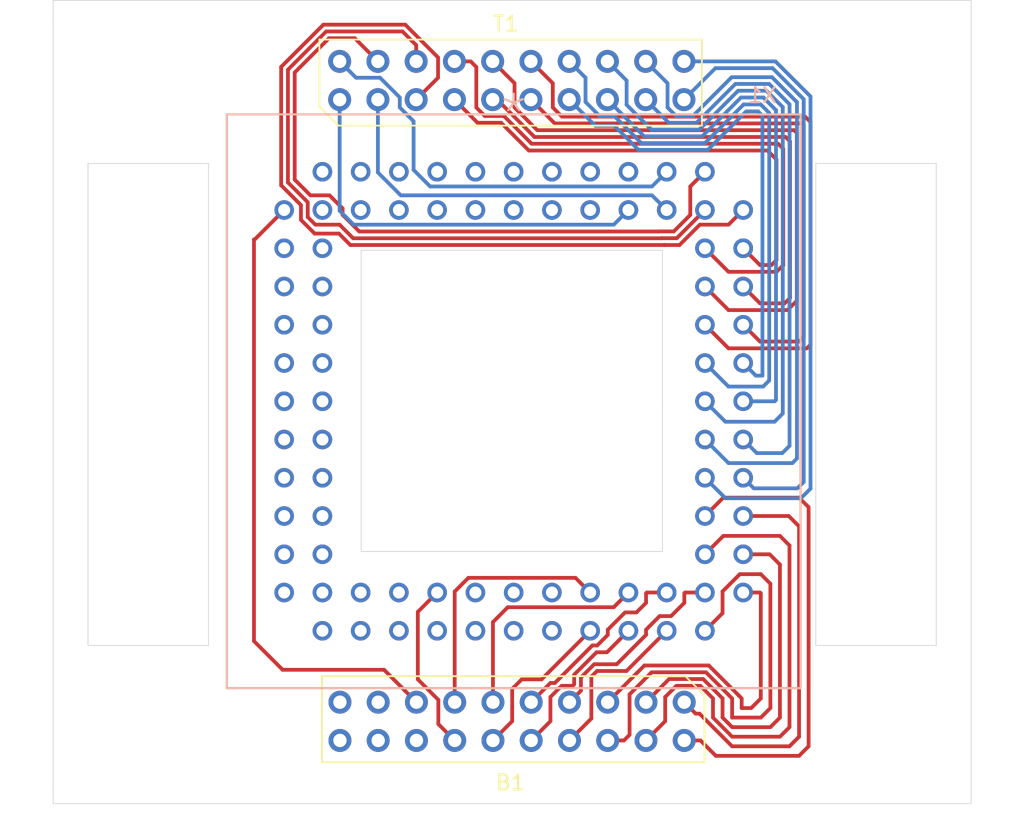
<source format=kicad_pcb>
(kicad_pcb (version 20171130) (host pcbnew "(5.1.2)-2")

  (general
    (thickness 1.6)
    (drawings 21)
    (tracks 339)
    (zones 0)
    (modules 7)
    (nets 90)
  )

  (page A4)
  (layers
    (0 F.Cu signal)
    (31 B.Cu signal)
    (32 B.Adhes user)
    (33 F.Adhes user)
    (34 B.Paste user)
    (35 F.Paste user)
    (36 B.SilkS user)
    (37 F.SilkS user)
    (38 B.Mask user)
    (39 F.Mask user)
    (40 Dwgs.User user)
    (41 Cmts.User user)
    (42 Eco1.User user)
    (43 Eco2.User user)
    (44 Edge.Cuts user)
    (45 Margin user)
    (46 B.CrtYd user)
    (47 F.CrtYd user)
    (48 B.Fab user)
    (49 F.Fab user)
  )

  (setup
    (last_trace_width 0.25)
    (trace_clearance 0.2)
    (zone_clearance 0.508)
    (zone_45_only no)
    (trace_min 0.2)
    (via_size 0.8)
    (via_drill 0.4)
    (via_min_size 0.4)
    (via_min_drill 0.3)
    (uvia_size 0.3)
    (uvia_drill 0.1)
    (uvias_allowed no)
    (uvia_min_size 0.2)
    (uvia_min_drill 0.1)
    (edge_width 0.05)
    (segment_width 0.2)
    (pcb_text_width 0.3)
    (pcb_text_size 1.5 1.5)
    (mod_edge_width 0.12)
    (mod_text_size 1 1)
    (mod_text_width 0.15)
    (pad_size 3 3)
    (pad_drill 2.1)
    (pad_to_mask_clearance 0.051)
    (solder_mask_min_width 0.25)
    (aux_axis_origin 0 0)
    (grid_origin 170.18 58.42)
    (visible_elements 7FFFFFFF)
    (pcbplotparams
      (layerselection 0x010fc_ffffffff)
      (usegerberextensions false)
      (usegerberattributes false)
      (usegerberadvancedattributes false)
      (creategerberjobfile false)
      (excludeedgelayer true)
      (linewidth 0.100000)
      (plotframeref false)
      (viasonmask false)
      (mode 1)
      (useauxorigin false)
      (hpglpennumber 1)
      (hpglpenspeed 20)
      (hpglpendiameter 15.000000)
      (psnegative false)
      (psa4output false)
      (plotreference true)
      (plotvalue true)
      (plotinvisibletext false)
      (padsonsilk false)
      (subtractmaskfromsilk false)
      (outputformat 1)
      (mirror false)
      (drillshape 1)
      (scaleselection 1)
      (outputdirectory ""))
  )

  (net 0 "")
  (net 1 "Net-(X1-Pad84)")
  (net 2 "Net-(X1-Pad83)")
  (net 3 "Net-(X1-Pad81)")
  (net 4 "Net-(X1-Pad82)")
  (net 5 "Net-(X1-Pad80)")
  (net 6 "Net-(X1-Pad79)")
  (net 7 "Net-(X1-Pad78)")
  (net 8 "Net-(X1-Pad77)")
  (net 9 "Net-(X1-Pad76)")
  (net 10 "Net-(X1-Pad56)")
  (net 11 "Net-(X1-Pad55)")
  (net 12 "Net-(X1-Pad1)")
  (net 13 "Net-(X1-Pad2)")
  (net 14 "Net-(X1-Pad3)")
  (net 15 "Net-(X1-Pad4)")
  (net 16 "Net-(X1-Pad5)")
  (net 17 "Net-(X1-Pad6)")
  (net 18 "Net-(X1-Pad7)")
  (net 19 "Net-(X1-Pad53)")
  (net 20 "Net-(X1-Pad54)")
  (net 21 "Net-(X1-Pad57)")
  (net 22 "Net-(X1-Pad58)")
  (net 23 "Net-(X1-Pad59)")
  (net 24 "Net-(X1-Pad60)")
  (net 25 "Net-(X1-Pad61)")
  (net 26 "Net-(X1-Pad62)")
  (net 27 "Net-(X1-Pad63)")
  (net 28 "Net-(X1-Pad64)")
  (net 29 "Net-(X1-Pad65)")
  (net 30 "Net-(X1-Pad67)")
  (net 31 "Net-(X1-Pad68)")
  (net 32 "Net-(X1-Pad69)")
  (net 33 "Net-(X1-Pad70)")
  (net 34 "Net-(X1-Pad71)")
  (net 35 "Net-(X1-Pad72)")
  (net 36 "Net-(X1-Pad73)")
  (net 37 "Net-(X1-Pad75)")
  (net 38 "Net-(X1-Pad49)")
  (net 39 "Net-(X1-Pad50)")
  (net 40 "Net-(X1-Pad51)")
  (net 41 "Net-(X1-Pad52)")
  (net 42 "Net-(B1-Pad20)")
  (net 43 "Net-(B1-Pad19)")
  (net 44 "Net-(B1-Pad18)")
  (net 45 "Net-(B1-Pad17)")
  (net 46 "Net-(B1-Pad16)")
  (net 47 "Net-(B1-Pad15)")
  (net 48 "Net-(B1-Pad14)")
  (net 49 "Net-(B1-Pad13)")
  (net 50 "Net-(B1-Pad12)")
  (net 51 "Net-(B1-Pad11)")
  (net 52 "Net-(B1-Pad10)")
  (net 53 "Net-(B1-Pad9)")
  (net 54 "Net-(B1-Pad8)")
  (net 55 "Net-(B1-Pad7)")
  (net 56 "Net-(B1-Pad6)")
  (net 57 "Net-(B1-Pad5)")
  (net 58 "Net-(B1-Pad4)")
  (net 59 "Net-(B1-Pad3)")
  (net 60 "Net-(B1-Pad2)")
  (net 61 "Net-(B1-Pad1)")
  (net 62 "Net-(T1-Pad1)")
  (net 63 "Net-(T1-Pad2)")
  (net 64 "Net-(T1-Pad3)")
  (net 65 "Net-(T1-Pad4)")
  (net 66 "Net-(T1-Pad5)")
  (net 67 "Net-(T1-Pad6)")
  (net 68 "Net-(T1-Pad7)")
  (net 69 "Net-(T1-Pad8)")
  (net 70 "Net-(T1-Pad9)")
  (net 71 "Net-(T1-Pad10)")
  (net 72 "Net-(T1-Pad11)")
  (net 73 "Net-(T1-Pad12)")
  (net 74 "Net-(T1-Pad13)")
  (net 75 "Net-(T1-Pad14)")
  (net 76 "Net-(T1-Pad15)")
  (net 77 "Net-(T1-Pad16)")
  (net 78 "Net-(T1-Pad17)")
  (net 79 "Net-(T1-Pad18)")
  (net 80 "Net-(T1-Pad19)")
  (net 81 "Net-(T1-Pad20)")
  (net 82 "Net-(X1-Pad41)")
  (net 83 "Net-(X1-Pad42)")
  (net 84 "Net-(X1-Pad43)")
  (net 85 "Net-(X1-Pad44)")
  (net 86 "Net-(X1-Pad45)")
  (net 87 "Net-(X1-Pad46)")
  (net 88 "Net-(X1-Pad47)")
  (net 89 "Net-(X1-Pad66)")

  (net_class Default "This is the default net class."
    (clearance 0.2)
    (trace_width 0.25)
    (via_dia 0.8)
    (via_drill 0.4)
    (uvia_dia 0.3)
    (uvia_drill 0.1)
    (add_net "Net-(B1-Pad1)")
    (add_net "Net-(B1-Pad10)")
    (add_net "Net-(B1-Pad11)")
    (add_net "Net-(B1-Pad12)")
    (add_net "Net-(B1-Pad13)")
    (add_net "Net-(B1-Pad14)")
    (add_net "Net-(B1-Pad15)")
    (add_net "Net-(B1-Pad16)")
    (add_net "Net-(B1-Pad17)")
    (add_net "Net-(B1-Pad18)")
    (add_net "Net-(B1-Pad19)")
    (add_net "Net-(B1-Pad2)")
    (add_net "Net-(B1-Pad20)")
    (add_net "Net-(B1-Pad3)")
    (add_net "Net-(B1-Pad4)")
    (add_net "Net-(B1-Pad5)")
    (add_net "Net-(B1-Pad6)")
    (add_net "Net-(B1-Pad7)")
    (add_net "Net-(B1-Pad8)")
    (add_net "Net-(B1-Pad9)")
    (add_net "Net-(T1-Pad1)")
    (add_net "Net-(T1-Pad10)")
    (add_net "Net-(T1-Pad11)")
    (add_net "Net-(T1-Pad12)")
    (add_net "Net-(T1-Pad13)")
    (add_net "Net-(T1-Pad14)")
    (add_net "Net-(T1-Pad15)")
    (add_net "Net-(T1-Pad16)")
    (add_net "Net-(T1-Pad17)")
    (add_net "Net-(T1-Pad18)")
    (add_net "Net-(T1-Pad19)")
    (add_net "Net-(T1-Pad2)")
    (add_net "Net-(T1-Pad20)")
    (add_net "Net-(T1-Pad3)")
    (add_net "Net-(T1-Pad4)")
    (add_net "Net-(T1-Pad5)")
    (add_net "Net-(T1-Pad6)")
    (add_net "Net-(T1-Pad7)")
    (add_net "Net-(T1-Pad8)")
    (add_net "Net-(T1-Pad9)")
    (add_net "Net-(X1-Pad1)")
    (add_net "Net-(X1-Pad2)")
    (add_net "Net-(X1-Pad3)")
    (add_net "Net-(X1-Pad4)")
    (add_net "Net-(X1-Pad41)")
    (add_net "Net-(X1-Pad42)")
    (add_net "Net-(X1-Pad43)")
    (add_net "Net-(X1-Pad44)")
    (add_net "Net-(X1-Pad45)")
    (add_net "Net-(X1-Pad46)")
    (add_net "Net-(X1-Pad47)")
    (add_net "Net-(X1-Pad49)")
    (add_net "Net-(X1-Pad5)")
    (add_net "Net-(X1-Pad50)")
    (add_net "Net-(X1-Pad51)")
    (add_net "Net-(X1-Pad52)")
    (add_net "Net-(X1-Pad53)")
    (add_net "Net-(X1-Pad54)")
    (add_net "Net-(X1-Pad55)")
    (add_net "Net-(X1-Pad56)")
    (add_net "Net-(X1-Pad57)")
    (add_net "Net-(X1-Pad58)")
    (add_net "Net-(X1-Pad59)")
    (add_net "Net-(X1-Pad6)")
    (add_net "Net-(X1-Pad60)")
    (add_net "Net-(X1-Pad61)")
    (add_net "Net-(X1-Pad62)")
    (add_net "Net-(X1-Pad63)")
    (add_net "Net-(X1-Pad64)")
    (add_net "Net-(X1-Pad65)")
    (add_net "Net-(X1-Pad66)")
    (add_net "Net-(X1-Pad67)")
    (add_net "Net-(X1-Pad68)")
    (add_net "Net-(X1-Pad69)")
    (add_net "Net-(X1-Pad7)")
    (add_net "Net-(X1-Pad70)")
    (add_net "Net-(X1-Pad71)")
    (add_net "Net-(X1-Pad72)")
    (add_net "Net-(X1-Pad73)")
    (add_net "Net-(X1-Pad75)")
    (add_net "Net-(X1-Pad76)")
    (add_net "Net-(X1-Pad77)")
    (add_net "Net-(X1-Pad78)")
    (add_net "Net-(X1-Pad79)")
    (add_net "Net-(X1-Pad80)")
    (add_net "Net-(X1-Pad81)")
    (add_net "Net-(X1-Pad82)")
    (add_net "Net-(X1-Pad83)")
    (add_net "Net-(X1-Pad84)")
  )

  (module plcc_84:Pogo-Pin_2x05_P2.54mm (layer F.Cu) (tedit 5D5B2716) (tstamp 5D5BA30F)
    (at 126.8988 61.022199)
    (path /5D5E0A3D)
    (fp_text reference T1 (at 12.3812 -1.052199) (layer F.SilkS)
      (effects (font (size 1 1) (thickness 0.15)))
    )
    (fp_text value 2x10_100mil (at 13.335 6.985) (layer F.Fab)
      (effects (font (size 1 1) (thickness 0.15)))
    )
    (fp_line (start 25.4 5.715) (end 25.4 5.08) (layer F.SilkS) (width 0.12))
    (fp_line (start 1.27 5.715) (end 25.4 5.715) (layer F.SilkS) (width 0.12))
    (fp_line (start 0 4.445) (end 1.27 5.715) (layer F.SilkS) (width 0.12))
    (fp_line (start 0 0) (end 0 4.445) (layer F.SilkS) (width 0.12))
    (fp_line (start 0.635 0) (end 0 0) (layer F.SilkS) (width 0.12))
    (fp_line (start 25.4 0) (end 25.4 5.08) (layer F.SilkS) (width 0.12))
    (fp_line (start 0.635 0) (end 25.4 0) (layer F.SilkS) (width 0.12))
    (pad 20 thru_hole circle (at 24.2062 1.4478 90) (size 1.524 1.524) (drill 0.889) (layers *.Cu *.Mask)
      (net 81 "Net-(T1-Pad20)"))
    (pad 19 thru_hole circle (at 24.2062 3.9878 90) (size 1.524 1.524) (drill 0.889) (layers *.Cu *.Mask)
      (net 80 "Net-(T1-Pad19)"))
    (pad 18 thru_hole circle (at 21.6662 1.4478 90) (size 1.524 1.524) (drill 0.889) (layers *.Cu *.Mask)
      (net 79 "Net-(T1-Pad18)"))
    (pad 17 thru_hole circle (at 21.6662 3.9878 90) (size 1.524 1.524) (drill 0.889) (layers *.Cu *.Mask)
      (net 78 "Net-(T1-Pad17)"))
    (pad 16 thru_hole circle (at 19.1262 1.4478 90) (size 1.524 1.524) (drill 0.889) (layers *.Cu *.Mask)
      (net 77 "Net-(T1-Pad16)"))
    (pad 15 thru_hole circle (at 19.1262 3.9878 90) (size 1.524 1.524) (drill 0.889) (layers *.Cu *.Mask)
      (net 76 "Net-(T1-Pad15)"))
    (pad 14 thru_hole circle (at 16.5862 1.4478 90) (size 1.524 1.524) (drill 0.889) (layers *.Cu *.Mask)
      (net 75 "Net-(T1-Pad14)"))
    (pad 13 thru_hole circle (at 16.5862 3.9878 90) (size 1.524 1.524) (drill 0.889) (layers *.Cu *.Mask)
      (net 74 "Net-(T1-Pad13)"))
    (pad 12 thru_hole circle (at 14.0462 1.4478 90) (size 1.524 1.524) (drill 0.889) (layers *.Cu *.Mask)
      (net 73 "Net-(T1-Pad12)"))
    (pad 11 thru_hole circle (at 14.0462 3.9878 90) (size 1.524 1.524) (drill 0.889) (layers *.Cu *.Mask)
      (net 72 "Net-(T1-Pad11)"))
    (pad 10 thru_hole circle (at 11.5062 1.4478 90) (size 1.524 1.524) (drill 0.889) (layers *.Cu *.Mask)
      (net 71 "Net-(T1-Pad10)"))
    (pad 9 thru_hole circle (at 11.5062 3.9878 90) (size 1.524 1.524) (drill 0.889) (layers *.Cu *.Mask)
      (net 70 "Net-(T1-Pad9)"))
    (pad 8 thru_hole circle (at 8.9662 1.4478 90) (size 1.524 1.524) (drill 0.889) (layers *.Cu *.Mask)
      (net 69 "Net-(T1-Pad8)"))
    (pad 7 thru_hole circle (at 8.9662 3.9878 90) (size 1.524 1.524) (drill 0.889) (layers *.Cu *.Mask)
      (net 68 "Net-(T1-Pad7)"))
    (pad 6 thru_hole circle (at 6.4262 1.4478 90) (size 1.524 1.524) (drill 0.889) (layers *.Cu *.Mask)
      (net 67 "Net-(T1-Pad6)"))
    (pad 5 thru_hole circle (at 6.4262 3.9878 90) (size 1.524 1.524) (drill 0.889) (layers *.Cu *.Mask)
      (net 66 "Net-(T1-Pad5)"))
    (pad 4 thru_hole circle (at 3.8862 1.4478 90) (size 1.524 1.524) (drill 0.889) (layers *.Cu *.Mask)
      (net 65 "Net-(T1-Pad4)"))
    (pad 3 thru_hole circle (at 3.8862 3.9878 90) (size 1.524 1.524) (drill 0.889) (layers *.Cu *.Mask)
      (net 64 "Net-(T1-Pad3)"))
    (pad 2 thru_hole circle (at 1.3462 1.4478 90) (size 1.524 1.524) (drill 0.889) (layers *.Cu *.Mask)
      (net 63 "Net-(T1-Pad2)"))
    (pad 1 thru_hole circle (at 1.3462 3.9878 90) (size 1.524 1.524) (drill 0.889) (layers *.Cu *.Mask)
      (net 62 "Net-(T1-Pad1)"))
  )

  (module plcc_84:PLCC_84POS (layer B.Cu) (tedit 59DEF59E) (tstamp 5D5B95DE)
    (at 139.8 85.039999 180)
    (path /5D5D2E10)
    (fp_text reference X1 (at -16.51 20.32) (layer B.SilkS)
      (effects (font (size 1 1) (thickness 0.15)) (justify mirror))
    )
    (fp_text value PLCC_84 (at -7.62 -17.78) (layer B.Fab)
      (effects (font (size 1 1) (thickness 0.15)) (justify mirror))
    )
    (fp_line (start -19.05 19.05) (end 19.05 19.05) (layer B.SilkS) (width 0.15))
    (fp_line (start 19.05 19.05) (end 19.05 -19.05) (layer B.SilkS) (width 0.15))
    (fp_line (start 19.05 -19.05) (end -19.05 -19.05) (layer B.SilkS) (width 0.15))
    (fp_line (start -19.05 -19.05) (end -19.05 19.05) (layer B.SilkS) (width 0.15))
    (fp_line (start -19.05 19.05) (end -19.05 16.51) (layer B.SilkS) (width 0.15))
    (fp_text user * (at 0 19.05) (layer B.SilkS)
      (effects (font (size 2.54 2.54) (thickness 0.15)) (justify mirror))
    )
    (pad 84 thru_hole circle (at 2.54 12.7 180) (size 1.3 1.3) (drill 0.8) (layers *.Cu *.Mask)
      (net 1 "Net-(X1-Pad84)"))
    (pad 83 thru_hole circle (at 2.54 15.24 180) (size 1.3 1.3) (drill 0.8) (layers *.Cu *.Mask)
      (net 2 "Net-(X1-Pad83)"))
    (pad 81 thru_hole circle (at 5.08 15.24 180) (size 1.3 1.3) (drill 0.8) (layers *.Cu *.Mask)
      (net 3 "Net-(X1-Pad81)"))
    (pad 82 thru_hole circle (at 5.08 12.7 180) (size 1.3 1.3) (drill 0.8) (layers *.Cu *.Mask)
      (net 4 "Net-(X1-Pad82)"))
    (pad 80 thru_hole circle (at 7.62 12.7 180) (size 1.3 1.3) (drill 0.8) (layers *.Cu *.Mask)
      (net 5 "Net-(X1-Pad80)"))
    (pad 79 thru_hole circle (at 7.62 15.24 180) (size 1.3 1.3) (drill 0.8) (layers *.Cu *.Mask)
      (net 6 "Net-(X1-Pad79)"))
    (pad 78 thru_hole circle (at 10.16 12.7 180) (size 1.3 1.3) (drill 0.8) (layers *.Cu *.Mask)
      (net 7 "Net-(X1-Pad78)"))
    (pad 77 thru_hole circle (at 10.16 15.24 180) (size 1.3 1.3) (drill 0.8) (layers *.Cu *.Mask)
      (net 8 "Net-(X1-Pad77)"))
    (pad 76 thru_hole circle (at 12.7 12.7 180) (size 1.3 1.3) (drill 0.8) (layers *.Cu *.Mask)
      (net 9 "Net-(X1-Pad76)"))
    (pad 56 thru_hole circle (at 15.24 -10.16 180) (size 1.3 1.3) (drill 0.8) (layers *.Cu *.Mask)
      (net 10 "Net-(X1-Pad56)"))
    (pad 55 thru_hole circle (at 12.7 -12.7 180) (size 1.3 1.3) (drill 0.8) (layers *.Cu *.Mask)
      (net 11 "Net-(X1-Pad55)"))
    (pad 35 thru_hole circle (at -10.16 -15.24 180) (size 1.3 1.3) (drill 0.8) (layers *.Cu *.Mask)
      (net 54 "Net-(B1-Pad8)"))
    (pad 34 thru_hole circle (at -12.7 -12.7 180) (size 1.3 1.3) (drill 0.8) (layers *.Cu *.Mask)
      (net 55 "Net-(B1-Pad7)"))
    (pad 33 thru_hole circle (at -12.7 -15.24 180) (size 1.3 1.3) (drill 0.8) (layers *.Cu *.Mask)
      (net 56 "Net-(B1-Pad6)"))
    (pad 32 thru_hole circle (at -15.24 -12.7 180) (size 1.3 1.3) (drill 0.8) (layers *.Cu *.Mask)
      (net 57 "Net-(B1-Pad5)"))
    (pad 14 thru_hole circle (at -15.24 10.16 180) (size 1.3 1.3) (drill 0.8) (layers *.Cu *.Mask)
      (net 68 "Net-(T1-Pad7)"))
    (pad 14 thru_hole circle (at -15.24 10.16 180) (size 1.3 1.3) (drill 0.8) (layers *.Cu *.Mask)
      (net 68 "Net-(T1-Pad7)"))
    (pad 13 thru_hole circle (at -12.7 12.7 180) (size 1.3 1.3) (drill 0.8) (layers *.Cu *.Mask)
      (net 67 "Net-(T1-Pad6)"))
    (pad 1 thru_hole circle (at 0 15.24 180) (size 1.3 1.3) (drill 0.8) (layers *.Cu *.Mask)
      (net 12 "Net-(X1-Pad1)"))
    (pad 2 thru_hole circle (at 0 12.7 180) (size 1.3 1.3) (drill 0.8) (layers *.Cu *.Mask)
      (net 13 "Net-(X1-Pad2)"))
    (pad 3 thru_hole circle (at -2.54 15.24 180) (size 1.3 1.3) (drill 0.8) (layers *.Cu *.Mask)
      (net 14 "Net-(X1-Pad3)"))
    (pad 4 thru_hole circle (at -2.54 12.7 180) (size 1.3 1.3) (drill 0.8) (layers *.Cu *.Mask)
      (net 15 "Net-(X1-Pad4)"))
    (pad 5 thru_hole circle (at -5.08 15.24 180) (size 1.3 1.3) (drill 0.8) (layers *.Cu *.Mask)
      (net 16 "Net-(X1-Pad5)"))
    (pad 6 thru_hole circle (at -5.08 12.7 180) (size 1.3 1.3) (drill 0.8) (layers *.Cu *.Mask)
      (net 17 "Net-(X1-Pad6)"))
    (pad 7 thru_hole circle (at -7.62 15.24 180) (size 1.3 1.3) (drill 0.8) (layers *.Cu *.Mask)
      (net 18 "Net-(X1-Pad7)"))
    (pad 8 thru_hole circle (at -7.62 12.7 180) (size 1.3 1.3) (drill 0.8) (layers *.Cu *.Mask)
      (net 62 "Net-(T1-Pad1)"))
    (pad 9 thru_hole circle (at -10.16 15.24 180) (size 1.3 1.3) (drill 0.8) (layers *.Cu *.Mask)
      (net 63 "Net-(T1-Pad2)"))
    (pad 10 thru_hole circle (at -10.16 12.7 180) (size 1.3 1.3) (drill 0.8) (layers *.Cu *.Mask)
      (net 64 "Net-(T1-Pad3)"))
    (pad 11 thru_hole circle (at -12.7 15.24 180) (size 1.3 1.3) (drill 0.8) (layers *.Cu *.Mask)
      (net 65 "Net-(T1-Pad4)"))
    (pad 12 thru_hole circle (at -15.24 12.7 180) (size 1.3 1.3) (drill 0.8) (layers *.Cu *.Mask)
      (net 66 "Net-(T1-Pad5)"))
    (pad 15 thru_hole circle (at -12.7 10.16 180) (size 1.3 1.3) (drill 0.8) (layers *.Cu *.Mask)
      (net 69 "Net-(T1-Pad8)"))
    (pad 16 thru_hole circle (at -15.24 7.62 180) (size 1.3 1.3) (drill 0.8) (layers *.Cu *.Mask)
      (net 70 "Net-(T1-Pad9)"))
    (pad 17 thru_hole circle (at -12.7 7.62 180) (size 1.3 1.3) (drill 0.8) (layers *.Cu *.Mask)
      (net 71 "Net-(T1-Pad10)"))
    (pad 18 thru_hole circle (at -15.24 5.08 180) (size 1.3 1.3) (drill 0.8) (layers *.Cu *.Mask)
      (net 72 "Net-(T1-Pad11)"))
    (pad 19 thru_hole circle (at -12.7 5.08 180) (size 1.3 1.3) (drill 0.8) (layers *.Cu *.Mask)
      (net 73 "Net-(T1-Pad12)"))
    (pad 20 thru_hole circle (at -15.24 2.54 180) (size 1.3 1.3) (drill 0.8) (layers *.Cu *.Mask)
      (net 74 "Net-(T1-Pad13)"))
    (pad 21 thru_hole circle (at -12.7 2.54 180) (size 1.3 1.3) (drill 0.8) (layers *.Cu *.Mask)
      (net 75 "Net-(T1-Pad14)"))
    (pad 22 thru_hole circle (at -15.24 0 180) (size 1.3 1.3) (drill 0.8) (layers *.Cu *.Mask)
      (net 76 "Net-(T1-Pad15)"))
    (pad 23 thru_hole circle (at -12.7 0 180) (size 1.3 1.3) (drill 0.8) (layers *.Cu *.Mask)
      (net 77 "Net-(T1-Pad16)"))
    (pad 24 thru_hole circle (at -15.24 -2.54 180) (size 1.3 1.3) (drill 0.8) (layers *.Cu *.Mask)
      (net 78 "Net-(T1-Pad17)"))
    (pad 25 thru_hole circle (at -12.7 -2.54 180) (size 1.3 1.3) (drill 0.8) (layers *.Cu *.Mask)
      (net 79 "Net-(T1-Pad18)"))
    (pad 26 thru_hole circle (at -15.24 -5.08 180) (size 1.3 1.3) (drill 0.8) (layers *.Cu *.Mask)
      (net 80 "Net-(T1-Pad19)"))
    (pad 27 thru_hole circle (at -12.7 -5.08 180) (size 1.3 1.3) (drill 0.8) (layers *.Cu *.Mask)
      (net 81 "Net-(T1-Pad20)"))
    (pad 28 thru_hole circle (at -15.24 -7.62 180) (size 1.3 1.3) (drill 0.8) (layers *.Cu *.Mask)
      (net 61 "Net-(B1-Pad1)"))
    (pad 29 thru_hole circle (at -12.7 -7.62 180) (size 1.3 1.3) (drill 0.8) (layers *.Cu *.Mask)
      (net 60 "Net-(B1-Pad2)"))
    (pad 30 thru_hole circle (at -15.24 -10.16 180) (size 1.3 1.3) (drill 0.8) (layers *.Cu *.Mask)
      (net 59 "Net-(B1-Pad3)"))
    (pad 31 thru_hole circle (at -12.7 -10.16 180) (size 1.3 1.3) (drill 0.8) (layers *.Cu *.Mask)
      (net 58 "Net-(B1-Pad4)"))
    (pad 36 thru_hole circle (at -10.16 -12.7 180) (size 1.3 1.3) (drill 0.8) (layers *.Cu *.Mask)
      (net 53 "Net-(B1-Pad9)"))
    (pad 37 thru_hole circle (at -7.62 -15.24 180) (size 1.3 1.3) (drill 0.8) (layers *.Cu *.Mask)
      (net 52 "Net-(B1-Pad10)"))
    (pad 38 thru_hole circle (at -7.62 -12.7 180) (size 1.3 1.3) (drill 0.8) (layers *.Cu *.Mask)
      (net 51 "Net-(B1-Pad11)"))
    (pad 39 thru_hole circle (at -5.08 -15.24 180) (size 1.3 1.3) (drill 0.8) (layers *.Cu *.Mask)
      (net 50 "Net-(B1-Pad12)"))
    (pad 40 thru_hole circle (at -5.08 -12.7 180) (size 1.3 1.3) (drill 0.8) (layers *.Cu *.Mask)
      (net 49 "Net-(B1-Pad13)"))
    (pad 41 thru_hole circle (at -2.54 -15.24 180) (size 1.3 1.3) (drill 0.8) (layers *.Cu *.Mask)
      (net 82 "Net-(X1-Pad41)"))
    (pad 42 thru_hole circle (at -2.54 -12.7 180) (size 1.3 1.3) (drill 0.8) (layers *.Cu *.Mask)
      (net 83 "Net-(X1-Pad42)"))
    (pad 43 thru_hole circle (at 0 -15.24 180) (size 1.3 1.3) (drill 0.8) (layers *.Cu *.Mask)
      (net 84 "Net-(X1-Pad43)"))
    (pad 44 thru_hole circle (at 0 -12.7 180) (size 1.3 1.3) (drill 0.8) (layers *.Cu *.Mask)
      (net 85 "Net-(X1-Pad44)"))
    (pad 45 thru_hole circle (at 2.54 -15.24 180) (size 1.3 1.3) (drill 0.8) (layers *.Cu *.Mask)
      (net 86 "Net-(X1-Pad45)"))
    (pad 46 thru_hole circle (at 2.54 -12.7 180) (size 1.3 1.3) (drill 0.8) (layers *.Cu *.Mask)
      (net 87 "Net-(X1-Pad46)"))
    (pad 47 thru_hole circle (at 5.08 -15.24 180) (size 1.3 1.3) (drill 0.8) (layers *.Cu *.Mask)
      (net 88 "Net-(X1-Pad47)"))
    (pad 48 thru_hole circle (at 5.08 -12.7 180) (size 1.3 1.3) (drill 0.8) (layers *.Cu *.Mask)
      (net 48 "Net-(B1-Pad14)"))
    (pad 49 thru_hole circle (at 7.62 -15.24 180) (size 1.3 1.3) (drill 0.8) (layers *.Cu *.Mask)
      (net 38 "Net-(X1-Pad49)"))
    (pad 50 thru_hole circle (at 7.62 -12.7 180) (size 1.3 1.3) (drill 0.8) (layers *.Cu *.Mask)
      (net 39 "Net-(X1-Pad50)"))
    (pad 51 thru_hole circle (at 10.16 -15.24 180) (size 1.3 1.3) (drill 0.8) (layers *.Cu *.Mask)
      (net 40 "Net-(X1-Pad51)"))
    (pad 52 thru_hole circle (at 10.16 -12.7 180) (size 1.3 1.3) (drill 0.8) (layers *.Cu *.Mask)
      (net 41 "Net-(X1-Pad52)"))
    (pad 53 thru_hole circle (at 12.7 -15.24 180) (size 1.3 1.3) (drill 0.8) (layers *.Cu *.Mask)
      (net 19 "Net-(X1-Pad53)"))
    (pad 54 thru_hole circle (at 15.24 -12.7 180) (size 1.3 1.3) (drill 0.8) (layers *.Cu *.Mask)
      (net 20 "Net-(X1-Pad54)"))
    (pad 57 thru_hole circle (at 12.7 -10.16 180) (size 1.3 1.3) (drill 0.8) (layers *.Cu *.Mask)
      (net 21 "Net-(X1-Pad57)"))
    (pad 58 thru_hole circle (at 15.24 -7.62 180) (size 1.3 1.3) (drill 0.8) (layers *.Cu *.Mask)
      (net 22 "Net-(X1-Pad58)"))
    (pad 59 thru_hole circle (at 12.7 -7.62 180) (size 1.3 1.3) (drill 0.8) (layers *.Cu *.Mask)
      (net 23 "Net-(X1-Pad59)"))
    (pad 60 thru_hole circle (at 15.24 -5.08 180) (size 1.3 1.3) (drill 0.8) (layers *.Cu *.Mask)
      (net 24 "Net-(X1-Pad60)"))
    (pad 61 thru_hole circle (at 12.7 -5.08 180) (size 1.3 1.3) (drill 0.8) (layers *.Cu *.Mask)
      (net 25 "Net-(X1-Pad61)"))
    (pad 62 thru_hole circle (at 15.24 -2.54 180) (size 1.3 1.3) (drill 0.8) (layers *.Cu *.Mask)
      (net 26 "Net-(X1-Pad62)"))
    (pad 63 thru_hole circle (at 12.7 -2.54 180) (size 1.3 1.3) (drill 0.8) (layers *.Cu *.Mask)
      (net 27 "Net-(X1-Pad63)"))
    (pad 64 thru_hole circle (at 15.24 0 180) (size 1.3 1.3) (drill 0.8) (layers *.Cu *.Mask)
      (net 28 "Net-(X1-Pad64)"))
    (pad 65 thru_hole circle (at 12.7 0 180) (size 1.3 1.3) (drill 0.8) (layers *.Cu *.Mask)
      (net 29 "Net-(X1-Pad65)"))
    (pad 66 thru_hole circle (at 15.24 2.54 180) (size 1.3 1.3) (drill 0.8) (layers *.Cu *.Mask)
      (net 89 "Net-(X1-Pad66)"))
    (pad 67 thru_hole circle (at 12.7 2.54 180) (size 1.3 1.3) (drill 0.8) (layers *.Cu *.Mask)
      (net 30 "Net-(X1-Pad67)"))
    (pad 68 thru_hole circle (at 15.24 5.08 180) (size 1.3 1.3) (drill 0.8) (layers *.Cu *.Mask)
      (net 31 "Net-(X1-Pad68)"))
    (pad 69 thru_hole circle (at 12.7 5.08 180) (size 1.3 1.3) (drill 0.8) (layers *.Cu *.Mask)
      (net 32 "Net-(X1-Pad69)"))
    (pad 70 thru_hole circle (at 15.24 7.62 180) (size 1.3 1.3) (drill 0.8) (layers *.Cu *.Mask)
      (net 33 "Net-(X1-Pad70)"))
    (pad 71 thru_hole circle (at 12.7 7.62 180) (size 1.3 1.3) (drill 0.8) (layers *.Cu *.Mask)
      (net 34 "Net-(X1-Pad71)"))
    (pad 72 thru_hole circle (at 15.24 10.16 180) (size 1.3 1.3) (drill 0.8) (layers *.Cu *.Mask)
      (net 35 "Net-(X1-Pad72)"))
    (pad 73 thru_hole circle (at 12.7 10.16 180) (size 1.3 1.3) (drill 0.8) (layers *.Cu *.Mask)
      (net 36 "Net-(X1-Pad73)"))
    (pad 74 thru_hole circle (at 15.24 12.7 180) (size 1.3 1.3) (drill 0.8) (layers *.Cu *.Mask)
      (net 47 "Net-(B1-Pad15)"))
    (pad 75 thru_hole circle (at 12.7 15.24 180) (size 1.3 1.3) (drill 0.8) (layers *.Cu *.Mask)
      (net 37 "Net-(X1-Pad75)"))
  )

  (module plcc_84:Pogo-Pin_2x05_P2.54mm (layer F.Cu) (tedit 5D5B2716) (tstamp 5D5BA2F0)
    (at 152.47 109.01 180)
    (path /5D5EF1E6)
    (fp_text reference B1 (at 12.88 -1.35) (layer F.SilkS)
      (effects (font (size 1 1) (thickness 0.15)))
    )
    (fp_text value 2x10_100mil (at 13.335 6.985) (layer F.Fab)
      (effects (font (size 1 1) (thickness 0.15)))
    )
    (fp_line (start 25.4 5.715) (end 25.4 5.08) (layer F.SilkS) (width 0.12))
    (fp_line (start 1.27 5.715) (end 25.4 5.715) (layer F.SilkS) (width 0.12))
    (fp_line (start 0 4.445) (end 1.27 5.715) (layer F.SilkS) (width 0.12))
    (fp_line (start 0 0) (end 0 4.445) (layer F.SilkS) (width 0.12))
    (fp_line (start 0.635 0) (end 0 0) (layer F.SilkS) (width 0.12))
    (fp_line (start 25.4 0) (end 25.4 5.08) (layer F.SilkS) (width 0.12))
    (fp_line (start 0.635 0) (end 25.4 0) (layer F.SilkS) (width 0.12))
    (pad 20 thru_hole circle (at 24.2062 1.4478 270) (size 1.524 1.524) (drill 0.889) (layers *.Cu *.Mask)
      (net 42 "Net-(B1-Pad20)"))
    (pad 19 thru_hole circle (at 24.2062 3.9878 270) (size 1.524 1.524) (drill 0.889) (layers *.Cu *.Mask)
      (net 43 "Net-(B1-Pad19)"))
    (pad 18 thru_hole circle (at 21.6662 1.4478 270) (size 1.524 1.524) (drill 0.889) (layers *.Cu *.Mask)
      (net 44 "Net-(B1-Pad18)"))
    (pad 17 thru_hole circle (at 21.6662 3.9878 270) (size 1.524 1.524) (drill 0.889) (layers *.Cu *.Mask)
      (net 45 "Net-(B1-Pad17)"))
    (pad 16 thru_hole circle (at 19.1262 1.4478 270) (size 1.524 1.524) (drill 0.889) (layers *.Cu *.Mask)
      (net 46 "Net-(B1-Pad16)"))
    (pad 15 thru_hole circle (at 19.1262 3.9878 270) (size 1.524 1.524) (drill 0.889) (layers *.Cu *.Mask)
      (net 47 "Net-(B1-Pad15)"))
    (pad 14 thru_hole circle (at 16.5862 1.4478 270) (size 1.524 1.524) (drill 0.889) (layers *.Cu *.Mask)
      (net 48 "Net-(B1-Pad14)"))
    (pad 13 thru_hole circle (at 16.5862 3.9878 270) (size 1.524 1.524) (drill 0.889) (layers *.Cu *.Mask)
      (net 49 "Net-(B1-Pad13)"))
    (pad 12 thru_hole circle (at 14.0462 1.4478 270) (size 1.524 1.524) (drill 0.889) (layers *.Cu *.Mask)
      (net 50 "Net-(B1-Pad12)"))
    (pad 11 thru_hole circle (at 14.0462 3.9878 270) (size 1.524 1.524) (drill 0.889) (layers *.Cu *.Mask)
      (net 51 "Net-(B1-Pad11)"))
    (pad 10 thru_hole circle (at 11.5062 1.4478 270) (size 1.524 1.524) (drill 0.889) (layers *.Cu *.Mask)
      (net 52 "Net-(B1-Pad10)"))
    (pad 9 thru_hole circle (at 11.5062 3.9878 270) (size 1.524 1.524) (drill 0.889) (layers *.Cu *.Mask)
      (net 53 "Net-(B1-Pad9)"))
    (pad 8 thru_hole circle (at 8.9662 1.4478 270) (size 1.524 1.524) (drill 0.889) (layers *.Cu *.Mask)
      (net 54 "Net-(B1-Pad8)"))
    (pad 7 thru_hole circle (at 8.9662 3.9878 270) (size 1.524 1.524) (drill 0.889) (layers *.Cu *.Mask)
      (net 55 "Net-(B1-Pad7)"))
    (pad 6 thru_hole circle (at 6.4262 1.4478 270) (size 1.524 1.524) (drill 0.889) (layers *.Cu *.Mask)
      (net 56 "Net-(B1-Pad6)"))
    (pad 5 thru_hole circle (at 6.4262 3.9878 270) (size 1.524 1.524) (drill 0.889) (layers *.Cu *.Mask)
      (net 57 "Net-(B1-Pad5)"))
    (pad 4 thru_hole circle (at 3.8862 1.4478 270) (size 1.524 1.524) (drill 0.889) (layers *.Cu *.Mask)
      (net 58 "Net-(B1-Pad4)"))
    (pad 3 thru_hole circle (at 3.8862 3.9878 270) (size 1.524 1.524) (drill 0.889) (layers *.Cu *.Mask)
      (net 59 "Net-(B1-Pad3)"))
    (pad 2 thru_hole circle (at 1.3462 1.4478 270) (size 1.524 1.524) (drill 0.889) (layers *.Cu *.Mask)
      (net 60 "Net-(B1-Pad2)"))
    (pad 1 thru_hole circle (at 1.3462 3.9878 270) (size 1.524 1.524) (drill 0.889) (layers *.Cu *.Mask)
      (net 61 "Net-(B1-Pad1)"))
  )

  (module MountingHole:MountingHole_3mm (layer F.Cu) (tedit 56D1B4CB) (tstamp 5D5BD319)
    (at 166.37 107.95)
    (descr "Mounting Hole 3mm, no annular")
    (tags "mounting hole 3mm no annular")
    (attr virtual)
    (fp_text reference " " (at 0 -4) (layer F.SilkS)
      (effects (font (size 1 1) (thickness 0.15)))
    )
    (fp_text value MountingHole_3mm (at 0 4) (layer F.Fab)
      (effects (font (size 1 1) (thickness 0.15)))
    )
    (fp_circle (center 0 0) (end 3.25 0) (layer F.CrtYd) (width 0.05))
    (fp_circle (center 0 0) (end 3 0) (layer Cmts.User) (width 0.15))
    (fp_text user %R (at 0.3 0) (layer F.Fab)
      (effects (font (size 1 1) (thickness 0.15)))
    )
    (pad 1 np_thru_hole circle (at 0 0) (size 3 3) (drill 3) (layers *.Cu *.Mask))
  )

  (module MountingHole:MountingHole_3mm (layer F.Cu) (tedit 56D1B4CB) (tstamp 5D5BD2FC)
    (at 113.03 107.95)
    (descr "Mounting Hole 3mm, no annular")
    (tags "mounting hole 3mm no annular")
    (attr virtual)
    (fp_text reference " " (at 0 -4) (layer F.SilkS)
      (effects (font (size 1 1) (thickness 0.15)))
    )
    (fp_text value MountingHole_3mm (at 0 4) (layer F.Fab)
      (effects (font (size 1 1) (thickness 0.15)))
    )
    (fp_circle (center 0 0) (end 3.25 0) (layer F.CrtYd) (width 0.05))
    (fp_circle (center 0 0) (end 3 0) (layer Cmts.User) (width 0.15))
    (fp_text user %R (at 0.3 0) (layer F.Fab)
      (effects (font (size 1 1) (thickness 0.15)))
    )
    (pad 1 np_thru_hole circle (at 0 0) (size 3 3) (drill 3) (layers *.Cu *.Mask))
  )

  (module MountingHole:MountingHole_3mm (layer F.Cu) (tedit 56D1B4CB) (tstamp 5D5BD2DF)
    (at 166.37 62.23)
    (descr "Mounting Hole 3mm, no annular")
    (tags "mounting hole 3mm no annular")
    (attr virtual)
    (fp_text reference " " (at -5.08 -2.54) (layer F.SilkS)
      (effects (font (size 1 1) (thickness 0.15)))
    )
    (fp_text value MountingHole_3mm (at 0 4) (layer F.Fab)
      (effects (font (size 1 1) (thickness 0.15)))
    )
    (fp_circle (center 0 0) (end 3.25 0) (layer F.CrtYd) (width 0.05))
    (fp_circle (center 0 0) (end 3 0) (layer Cmts.User) (width 0.15))
    (fp_text user %R (at -3.19 -0.81) (layer F.Fab)
      (effects (font (size 1 1) (thickness 0.15)))
    )
    (pad 1 np_thru_hole circle (at 0 0) (size 3 3) (drill 3) (layers *.Cu *.Mask))
  )

  (module MountingHole:MountingHole_3mm (layer F.Cu) (tedit 56D1B4CB) (tstamp 5D5B9FAF)
    (at 113.03 62.23)
    (descr "Mounting Hole 3mm, no annular")
    (tags "mounting hole 3mm no annular")
    (attr virtual)
    (fp_text reference " " (at 5.08 -2.54) (layer F.SilkS)
      (effects (font (size 1 1) (thickness 0.15)))
    )
    (fp_text value MountingHole_3mm (at 0 4) (layer F.Fab)
      (effects (font (size 1 1) (thickness 0.15)))
    )
    (fp_circle (center 0 0) (end 3.25 0) (layer F.CrtYd) (width 0.05))
    (fp_circle (center 0 0) (end 3 0) (layer Cmts.User) (width 0.15))
    (fp_text user %R (at -1.805 -2.810001) (layer F.Fab)
      (effects (font (size 1 1) (thickness 0.15)))
    )
    (pad 1 np_thru_hole circle (at 0 0) (size 3 3) (drill 3) (layers *.Cu *.Mask))
  )

  (gr_line (start 129.675 75.014999) (end 149.675 75.014999) (layer Edge.Cuts) (width 0.05) (tstamp 5D5B89AA))
  (gr_line (start 129.675 95.014999) (end 129.675 75.014999) (layer Edge.Cuts) (width 0.05))
  (gr_line (start 149.675 95.014999) (end 129.675 95.014999) (layer Edge.Cuts) (width 0.05))
  (gr_line (start 149.675 85.014999) (end 149.675 95.014999) (layer Edge.Cuts) (width 0.05))
  (gr_line (start 149.675 85.014999) (end 149.675 75.014999) (layer Edge.Cuts) (width 0.05))
  (gr_line (start 111.535 95.25) (end 111.535 69.25) (layer Edge.Cuts) (width 0.05) (tstamp 5D5B8821))
  (gr_line (start 111.535 69.25) (end 119.535 69.25) (layer Edge.Cuts) (width 0.05) (tstamp 5D5B8820))
  (gr_line (start 111.535 95.25) (end 111.535 101.25) (layer Edge.Cuts) (width 0.05) (tstamp 5D5B881F))
  (gr_line (start 119.535 101.25) (end 111.535 101.25) (layer Edge.Cuts) (width 0.05) (tstamp 5D5B881E))
  (gr_line (start 119.535 69.25) (end 119.535 101.25) (layer Edge.Cuts) (width 0.05) (tstamp 5D5B881D))
  (gr_line (start 167.86 101.25) (end 159.86 101.25) (layer Edge.Cuts) (width 0.05) (tstamp 5D5B881A))
  (gr_line (start 167.86 69.25) (end 167.86 101.25) (layer Edge.Cuts) (width 0.05))
  (gr_line (start 159.86 69.25) (end 167.86 69.25) (layer Edge.Cuts) (width 0.05))
  (gr_line (start 159.86 95.25) (end 159.86 69.25) (layer Edge.Cuts) (width 0.05))
  (gr_line (start 159.86 95.25) (end 159.86 101.25) (layer Edge.Cuts) (width 0.05))
  (gr_line (start 109.22 58.42) (end 109.22 59.69) (layer Edge.Cuts) (width 0.05) (tstamp 5D5BD199))
  (gr_line (start 170.18 58.42) (end 109.22 58.42) (layer Edge.Cuts) (width 0.05))
  (gr_line (start 170.18 111.76) (end 170.18 58.42) (layer Edge.Cuts) (width 0.05))
  (gr_line (start 109.22 111.76) (end 170.18 111.76) (layer Edge.Cuts) (width 0.05))
  (gr_line (start 109.22 110.49) (end 109.22 111.76) (layer Edge.Cuts) (width 0.05))
  (gr_line (start 109.22 59.69) (end 109.22 110.49) (layer Edge.Cuts) (width 0.05))

  (segment (start 133.3438 105.0222) (end 131.1916 102.87) (width 0.25) (layer F.Cu) (net 47))
  (segment (start 131.1916 102.87) (end 124.46 102.87) (width 0.25) (layer F.Cu) (net 47))
  (segment (start 124.46 102.87) (end 122.555 100.965) (width 0.25) (layer F.Cu) (net 47))
  (segment (start 122.555 100.965) (end 122.555 74.295) (width 0.25) (layer F.Cu) (net 47))
  (segment (start 122.555 74.295) (end 122.604999 74.295) (width 0.25) (layer F.Cu) (net 47))
  (segment (start 122.604999 74.295) (end 124.56 72.339999) (width 0.25) (layer F.Cu) (net 47))
  (segment (start 133.435362 99.024637) (end 134.72 97.739999) (width 0.25) (layer F.Cu) (net 48))
  (segment (start 133.435362 103.505) (end 133.435362 99.024637) (width 0.25) (layer F.Cu) (net 48))
  (segment (start 134.796799 104.866437) (end 133.435362 103.505) (width 0.25) (layer F.Cu) (net 48))
  (segment (start 135.8838 107.5622) (end 134.796799 106.475199) (width 0.25) (layer F.Cu) (net 48))
  (segment (start 134.796799 106.475199) (end 134.796799 104.866437) (width 0.25) (layer F.Cu) (net 48))
  (segment (start 144.230001 97.09) (end 144.88 97.739999) (width 0.25) (layer F.Cu) (net 49))
  (segment (start 143.904999 96.764998) (end 144.230001 97.09) (width 0.25) (layer F.Cu) (net 49))
  (segment (start 136.791999 96.764998) (end 143.904999 96.764998) (width 0.25) (layer F.Cu) (net 49))
  (segment (start 135.8838 97.673197) (end 136.791999 96.764998) (width 0.25) (layer F.Cu) (net 49))
  (segment (start 135.8838 105.0222) (end 135.8838 97.673197) (width 0.25) (layer F.Cu) (net 49))
  (segment (start 139.7 106.286) (end 138.4238 107.5622) (width 0.25) (layer F.Cu) (net 50))
  (segment (start 139.7 104.14) (end 139.7 106.286) (width 0.25) (layer F.Cu) (net 50))
  (segment (start 140.335 103.505) (end 139.7 104.14) (width 0.25) (layer F.Cu) (net 50))
  (segment (start 144.88 100.279999) (end 141.654999 103.505) (width 0.25) (layer F.Cu) (net 50))
  (segment (start 141.654999 103.505) (end 140.335 103.505) (width 0.25) (layer F.Cu) (net 50))
  (segment (start 138.4238 105.0222) (end 138.4238 99.7012) (width 0.25) (layer F.Cu) (net 51))
  (segment (start 146.770001 98.389998) (end 147.42 97.739999) (width 0.25) (layer F.Cu) (net 51))
  (segment (start 146.444999 98.715) (end 146.770001 98.389998) (width 0.25) (layer F.Cu) (net 51))
  (segment (start 139.41 98.715) (end 146.444999 98.715) (width 0.25) (layer F.Cu) (net 51))
  (segment (start 138.4238 99.7012) (end 139.41 98.715) (width 0.25) (layer F.Cu) (net 51))
  (segment (start 142.24 106.286) (end 142.24 104.677238) (width 0.25) (layer F.Cu) (net 52))
  (segment (start 140.9638 107.5622) (end 142.24 106.286) (width 0.25) (layer F.Cu) (net 52))
  (segment (start 142.982039 103.935199) (end 143.714801 103.935199) (width 0.25) (layer F.Cu) (net 52))
  (segment (start 143.714801 103.935199) (end 143.815789 103.834211) (width 0.25) (layer F.Cu) (net 52))
  (segment (start 142.24 104.677238) (end 142.982039 103.935199) (width 0.25) (layer F.Cu) (net 52))
  (segment (start 143.815789 103.834211) (end 143.81579 103.19639) (width 0.25) (layer F.Cu) (net 52))
  (segment (start 146.770001 100.929998) (end 147.42 100.279999) (width 0.25) (layer F.Cu) (net 52))
  (segment (start 145.994989 101.70501) (end 146.770001 100.929998) (width 0.25) (layer F.Cu) (net 52))
  (segment (start 145.30717 101.70501) (end 145.994989 101.70501) (width 0.25) (layer F.Cu) (net 52))
  (segment (start 143.81579 103.19639) (end 145.30717 101.70501) (width 0.25) (layer F.Cu) (net 52))
  (segment (start 140.9638 104.7812) (end 140.9638 105.0222) (width 0.25) (layer F.Cu) (net 53))
  (segment (start 148.640001 97.739999) (end 149.96 97.739999) (width 0.25) (layer F.Cu) (net 53))
  (segment (start 148.59 97.79) (end 148.640001 97.739999) (width 0.25) (layer F.Cu) (net 53))
  (segment (start 148.59 98.425) (end 148.59 97.79) (width 0.25) (layer F.Cu) (net 53))
  (segment (start 147.955 99.06) (end 148.59 98.425) (width 0.25) (layer F.Cu) (net 53))
  (segment (start 146.05 100.206997) (end 147.196997 99.06) (width 0.25) (layer F.Cu) (net 53))
  (segment (start 140.9638 105.0222) (end 142.24 103.746) (width 0.25) (layer F.Cu) (net 53))
  (segment (start 147.196997 99.06) (end 147.955 99.06) (width 0.25) (layer F.Cu) (net 53))
  (segment (start 146.05 100.553001) (end 146.05 100.206997) (width 0.25) (layer F.Cu) (net 53))
  (segment (start 145.348001 101.255) (end 146.05 100.553001) (width 0.25) (layer F.Cu) (net 53))
  (segment (start 145.025828 101.255) (end 145.348001 101.255) (width 0.25) (layer F.Cu) (net 53))
  (segment (start 142.534828 103.746) (end 145.025828 101.255) (width 0.25) (layer F.Cu) (net 53))
  (segment (start 142.24 103.746) (end 142.534828 103.746) (width 0.25) (layer F.Cu) (net 53))
  (segment (start 147.289969 102.95003) (end 149.96 100.279999) (width 0.25) (layer F.Cu) (net 54))
  (segment (start 145.33497 102.95003) (end 147.289969 102.95003) (width 0.25) (layer F.Cu) (net 54))
  (segment (start 144.956799 103.328201) (end 145.33497 102.95003) (width 0.25) (layer F.Cu) (net 54))
  (segment (start 143.5038 107.5622) (end 144.956799 106.109201) (width 0.25) (layer F.Cu) (net 54))
  (segment (start 144.956799 106.109201) (end 144.956799 103.328201) (width 0.25) (layer F.Cu) (net 54))
  (segment (start 151.13 98.425) (end 151.13 97.79) (width 0.25) (layer F.Cu) (net 55))
  (segment (start 149.491999 99.304998) (end 150.250002 99.304998) (width 0.25) (layer F.Cu) (net 55))
  (segment (start 151.13 97.79) (end 151.180001 97.739999) (width 0.25) (layer F.Cu) (net 55))
  (segment (start 150.250002 99.304998) (end 151.13 98.425) (width 0.25) (layer F.Cu) (net 55))
  (segment (start 148.59 100.206997) (end 149.491999 99.304998) (width 0.25) (layer F.Cu) (net 55))
  (segment (start 148.59 100.553001) (end 148.59 100.206997) (width 0.25) (layer F.Cu) (net 55))
  (segment (start 151.180001 97.739999) (end 152.5 97.739999) (width 0.25) (layer F.Cu) (net 55))
  (segment (start 146.642981 102.50002) (end 148.59 100.553001) (width 0.25) (layer F.Cu) (net 55))
  (segment (start 145.14857 102.50002) (end 146.642981 102.50002) (width 0.25) (layer F.Cu) (net 55))
  (segment (start 144.265799 103.382791) (end 145.14857 102.50002) (width 0.25) (layer F.Cu) (net 55))
  (segment (start 144.265799 104.260201) (end 144.265799 103.382791) (width 0.25) (layer F.Cu) (net 55))
  (segment (start 143.5038 105.0222) (end 144.265799 104.260201) (width 0.25) (layer F.Cu) (net 55))
  (segment (start 147.496799 107.186831) (end 147.496799 104.500439) (width 0.25) (layer F.Cu) (net 56))
  (segment (start 146.0438 107.5622) (end 147.12143 107.5622) (width 0.25) (layer F.Cu) (net 56))
  (segment (start 147.12143 107.5622) (end 147.496799 107.186831) (width 0.25) (layer F.Cu) (net 56))
  (segment (start 152.568001 103.035181) (end 154.305 104.77218) (width 0.25) (layer F.Cu) (net 56))
  (segment (start 147.496799 104.500439) (end 148.962057 103.035181) (width 0.25) (layer F.Cu) (net 56))
  (segment (start 148.962057 103.035181) (end 152.568001 103.035181) (width 0.25) (layer F.Cu) (net 56))
  (segment (start 154.305 104.77218) (end 154.305 106.04077) (width 0.25) (layer F.Cu) (net 56))
  (segment (start 154.30923 106.045) (end 156.21 106.045) (width 0.25) (layer F.Cu) (net 56))
  (segment (start 154.305 106.04077) (end 154.30923 106.045) (width 0.25) (layer F.Cu) (net 56))
  (segment (start 156.21 106.045) (end 156.845 105.41) (width 0.25) (layer F.Cu) (net 56))
  (segment (start 156.845 105.41) (end 156.845 97.155) (width 0.25) (layer F.Cu) (net 56))
  (segment (start 156.845 97.155) (end 156.21 96.52) (width 0.25) (layer F.Cu) (net 56))
  (segment (start 154.816997 96.52) (end 153.67 97.666997) (width 0.25) (layer F.Cu) (net 56))
  (segment (start 156.21 96.52) (end 154.816997 96.52) (width 0.25) (layer F.Cu) (net 56))
  (segment (start 153.67 99.109999) (end 152.5 100.279999) (width 0.25) (layer F.Cu) (net 56))
  (segment (start 153.67 97.666997) (end 153.67 99.109999) (width 0.25) (layer F.Cu) (net 56))
  (segment (start 156.159999 97.739999) (end 155.04 97.739999) (width 0.25) (layer F.Cu) (net 57))
  (segment (start 156.21 97.79) (end 156.159999 97.739999) (width 0.25) (layer F.Cu) (net 57))
  (segment (start 148.480828 102.585172) (end 152.754402 102.585172) (width 0.25) (layer F.Cu) (net 57))
  (segment (start 146.0438 105.0222) (end 148.480828 102.585172) (width 0.25) (layer F.Cu) (net 57))
  (segment (start 156.21 104.775) (end 156.21 97.79) (width 0.25) (layer F.Cu) (net 57))
  (segment (start 154.755009 104.585779) (end 154.755009 104.590009) (width 0.25) (layer F.Cu) (net 57))
  (segment (start 152.754402 102.585172) (end 154.755009 104.585779) (width 0.25) (layer F.Cu) (net 57))
  (segment (start 154.755009 104.590009) (end 154.94 104.775) (width 0.25) (layer F.Cu) (net 57))
  (segment (start 154.94 104.775) (end 154.94 105.41) (width 0.25) (layer F.Cu) (net 57))
  (segment (start 154.94 105.41) (end 155.575 105.41) (width 0.25) (layer F.Cu) (net 57))
  (segment (start 155.575 105.41) (end 156.21 104.775) (width 0.25) (layer F.Cu) (net 57))
  (segment (start 153.719999 93.98) (end 152.5 95.199999) (width 0.25) (layer F.Cu) (net 58))
  (segment (start 157.48 93.98) (end 153.719999 93.98) (width 0.25) (layer F.Cu) (net 58))
  (segment (start 158.115 106.68) (end 158.115 94.615) (width 0.25) (layer F.Cu) (net 58))
  (segment (start 154.30641 107.315) (end 157.48 107.315) (width 0.25) (layer F.Cu) (net 58))
  (segment (start 153.035 106.04359) (end 154.30641 107.315) (width 0.25) (layer F.Cu) (net 58))
  (segment (start 149.86 106.286) (end 149.86 104.677238) (width 0.25) (layer F.Cu) (net 58))
  (segment (start 149.86 104.677238) (end 150.602039 103.935199) (width 0.25) (layer F.Cu) (net 58))
  (segment (start 157.48 107.315) (end 158.115 106.68) (width 0.25) (layer F.Cu) (net 58))
  (segment (start 150.602039 103.935199) (end 152.195199 103.935199) (width 0.25) (layer F.Cu) (net 58))
  (segment (start 158.115 94.615) (end 157.48 93.98) (width 0.25) (layer F.Cu) (net 58))
  (segment (start 152.195199 103.935199) (end 153.035 104.775) (width 0.25) (layer F.Cu) (net 58))
  (segment (start 148.5838 107.5622) (end 149.86 106.286) (width 0.25) (layer F.Cu) (net 58))
  (segment (start 153.035 104.775) (end 153.035 106.04359) (width 0.25) (layer F.Cu) (net 58))
  (segment (start 156.794999 95.199999) (end 155.04 95.199999) (width 0.25) (layer F.Cu) (net 59))
  (segment (start 157.48 95.885) (end 156.794999 95.199999) (width 0.25) (layer F.Cu) (net 59))
  (segment (start 156.845 106.68) (end 157.48 106.045) (width 0.25) (layer F.Cu) (net 59))
  (segment (start 150.12081 103.48519) (end 152.3816 103.48519) (width 0.25) (layer F.Cu) (net 59))
  (segment (start 148.5838 105.0222) (end 150.12081 103.48519) (width 0.25) (layer F.Cu) (net 59))
  (segment (start 152.3816 103.48519) (end 153.67 104.77359) (width 0.25) (layer F.Cu) (net 59))
  (segment (start 157.48 106.045) (end 157.48 95.885) (width 0.25) (layer F.Cu) (net 59))
  (segment (start 153.67 104.77359) (end 153.67 106.04218) (width 0.25) (layer F.Cu) (net 59))
  (segment (start 153.67 106.04218) (end 154.30782 106.68) (width 0.25) (layer F.Cu) (net 59))
  (segment (start 154.30782 106.68) (end 156.845 106.68) (width 0.25) (layer F.Cu) (net 59))
  (segment (start 152.20143 107.5622) (end 153.22423 108.585) (width 0.25) (layer F.Cu) (net 60))
  (segment (start 151.1238 107.5622) (end 152.20143 107.5622) (width 0.25) (layer F.Cu) (net 60))
  (segment (start 153.22423 108.585) (end 158.75 108.585) (width 0.25) (layer F.Cu) (net 60))
  (segment (start 158.75 108.585) (end 159.385 107.95) (width 0.25) (layer F.Cu) (net 60))
  (segment (start 159.385 107.95) (end 159.385 92.075) (width 0.25) (layer F.Cu) (net 60))
  (segment (start 159.385 92.075) (end 158.75 91.44) (width 0.25) (layer F.Cu) (net 60))
  (segment (start 153.719999 91.44) (end 152.5 92.659999) (width 0.25) (layer F.Cu) (net 60))
  (segment (start 158.75 91.44) (end 153.719999 91.44) (width 0.25) (layer F.Cu) (net 60))
  (segment (start 158.064999 92.659999) (end 155.04 92.659999) (width 0.25) (layer F.Cu) (net 61))
  (segment (start 158.75 93.345) (end 158.064999 92.659999) (width 0.25) (layer F.Cu) (net 61))
  (segment (start 151.885799 105.784199) (end 152.139199 105.784199) (width 0.25) (layer F.Cu) (net 61))
  (segment (start 151.1238 105.0222) (end 151.885799 105.784199) (width 0.25) (layer F.Cu) (net 61))
  (segment (start 152.139199 105.784199) (end 154.305 107.95) (width 0.25) (layer F.Cu) (net 61))
  (segment (start 154.305 107.95) (end 158.115 107.95) (width 0.25) (layer F.Cu) (net 61))
  (segment (start 158.115 107.95) (end 158.75 107.315) (width 0.25) (layer F.Cu) (net 61))
  (segment (start 158.75 107.315) (end 158.75 93.345) (width 0.25) (layer F.Cu) (net 61))
  (segment (start 146.770001 72.989998) (end 147.42 72.339999) (width 0.25) (layer B.Cu) (net 62))
  (segment (start 146.444999 73.315) (end 146.770001 72.989998) (width 0.25) (layer B.Cu) (net 62))
  (segment (start 129.171999 73.315) (end 146.444999 73.315) (width 0.25) (layer B.Cu) (net 62))
  (segment (start 128.245 72.388001) (end 129.171999 73.315) (width 0.25) (layer B.Cu) (net 62))
  (segment (start 128.245 65.009999) (end 128.245 72.388001) (width 0.25) (layer B.Cu) (net 62))
  (segment (start 129.332001 63.557) (end 128.245 62.469999) (width 0.25) (layer B.Cu) (net 63))
  (segment (start 130.927 63.557) (end 129.332001 63.557) (width 0.25) (layer B.Cu) (net 63))
  (segment (start 149.96 69.799999) (end 148.984999 70.775) (width 0.25) (layer B.Cu) (net 63))
  (segment (start 132.237999 64.867999) (end 130.927 63.557) (width 0.25) (layer B.Cu) (net 63))
  (segment (start 148.984999 70.775) (end 134.251999 70.775) (width 0.25) (layer B.Cu) (net 63))
  (segment (start 134.251999 70.775) (end 133.155001 69.678002) (width 0.25) (layer B.Cu) (net 63))
  (segment (start 133.155001 69.678002) (end 133.155001 66.448762) (width 0.25) (layer B.Cu) (net 63))
  (segment (start 133.155001 66.448762) (end 132.237999 65.53176) (width 0.25) (layer B.Cu) (net 63))
  (segment (start 132.237999 65.53176) (end 132.237999 64.867999) (width 0.25) (layer B.Cu) (net 63))
  (segment (start 149.310001 71.69) (end 149.96 72.339999) (width 0.25) (layer B.Cu) (net 64))
  (segment (start 148.984999 71.364998) (end 149.310001 71.69) (width 0.25) (layer B.Cu) (net 64))
  (segment (start 132.301997 71.364998) (end 148.984999 71.364998) (width 0.25) (layer B.Cu) (net 64))
  (segment (start 130.785 69.848001) (end 132.301997 71.364998) (width 0.25) (layer B.Cu) (net 64))
  (segment (start 130.785 65.009999) (end 130.785 69.848001) (width 0.25) (layer B.Cu) (net 64))
  (segment (start 151.850001 70.449998) (end 152.5 69.799999) (width 0.25) (layer F.Cu) (net 65))
  (segment (start 150.43002 73.75998) (end 151.524999 72.665001) (width 0.25) (layer F.Cu) (net 65))
  (segment (start 129.544969 73.764969) (end 149.447178 73.764969) (width 0.25) (layer F.Cu) (net 65))
  (segment (start 149.447178 73.764969) (end 149.452167 73.75998) (width 0.25) (layer F.Cu) (net 65))
  (segment (start 130.785 62.469999) (end 129.247989 60.932988) (width 0.25) (layer F.Cu) (net 65))
  (segment (start 129.247989 60.932988) (end 127.536839 60.932988) (width 0.25) (layer F.Cu) (net 65))
  (segment (start 127.568001 71.364998) (end 128.44 72.236997) (width 0.25) (layer F.Cu) (net 65))
  (segment (start 127.536839 60.932988) (end 125.26001 63.209817) (width 0.25) (layer F.Cu) (net 65))
  (segment (start 151.524999 70.775) (end 151.850001 70.449998) (width 0.25) (layer F.Cu) (net 65))
  (segment (start 151.524999 72.665001) (end 151.524999 70.775) (width 0.25) (layer F.Cu) (net 65))
  (segment (start 125.26001 63.209817) (end 125.26001 70.324187) (width 0.25) (layer F.Cu) (net 65))
  (segment (start 125.26001 70.324187) (end 126.300821 71.364998) (width 0.25) (layer F.Cu) (net 65))
  (segment (start 149.452167 73.75998) (end 150.43002 73.75998) (width 0.25) (layer F.Cu) (net 65))
  (segment (start 128.44 72.66) (end 129.544969 73.764969) (width 0.25) (layer F.Cu) (net 65))
  (segment (start 126.300821 71.364998) (end 127.568001 71.364998) (width 0.25) (layer F.Cu) (net 65))
  (segment (start 128.44 72.236997) (end 128.44 72.66) (width 0.25) (layer F.Cu) (net 65))
  (segment (start 149.819978 74.664989) (end 149.824967 74.66) (width 0.25) (layer F.Cu) (net 66))
  (segment (start 154.390001 72.989998) (end 155.04 72.339999) (width 0.25) (layer F.Cu) (net 66))
  (segment (start 154.064999 73.315) (end 154.390001 72.989998) (width 0.25) (layer F.Cu) (net 66))
  (segment (start 152.161409 73.315) (end 154.064999 73.315) (width 0.25) (layer F.Cu) (net 66))
  (segment (start 150.81142 74.664989) (end 152.161409 73.315) (width 0.25) (layer F.Cu) (net 66))
  (segment (start 149.819978 74.664989) (end 150.81142 74.664989) (width 0.25) (layer F.Cu) (net 66))
  (segment (start 126.585587 73.904998) (end 128.194998 73.904998) (width 0.25) (layer F.Cu) (net 66))
  (segment (start 125.67499 72.011987) (end 125.67499 72.994401) (width 0.25) (layer F.Cu) (net 66))
  (segment (start 124.35999 70.696987) (end 125.67499 72.011987) (width 0.25) (layer F.Cu) (net 66))
  (segment (start 125.67499 72.994401) (end 126.585587 73.904998) (width 0.25) (layer F.Cu) (net 66))
  (segment (start 133.325 65.009999) (end 134.777999 63.557) (width 0.25) (layer F.Cu) (net 66))
  (segment (start 134.777999 63.557) (end 134.777999 62.208958) (width 0.25) (layer F.Cu) (net 66))
  (segment (start 134.777999 62.208958) (end 132.602009 60.03297) (width 0.25) (layer F.Cu) (net 66))
  (segment (start 132.602009 60.03297) (end 127.164036 60.032971) (width 0.25) (layer F.Cu) (net 66))
  (segment (start 127.164036 60.032971) (end 124.35999 62.837017) (width 0.25) (layer F.Cu) (net 66))
  (segment (start 124.35999 62.837017) (end 124.35999 70.696987) (width 0.25) (layer F.Cu) (net 66))
  (segment (start 149.819977 74.664988) (end 149.819978 74.664989) (width 0.25) (layer F.Cu) (net 66))
  (segment (start 128.954988 74.664988) (end 149.819977 74.664988) (width 0.25) (layer F.Cu) (net 66))
  (segment (start 128.194998 73.904998) (end 128.954988 74.664988) (width 0.25) (layer F.Cu) (net 66))
  (segment (start 150.630009 74.20999) (end 152.5 72.339999) (width 0.25) (layer F.Cu) (net 67))
  (segment (start 149.638567 74.20999) (end 150.630009 74.20999) (width 0.25) (layer F.Cu) (net 67))
  (segment (start 149.633578 74.214979) (end 149.638567 74.20999) (width 0.25) (layer F.Cu) (net 67))
  (segment (start 129.141389 74.214979) (end 149.633578 74.214979) (width 0.25) (layer F.Cu) (net 67))
  (segment (start 126.631999 73.315) (end 128.24141 73.315) (width 0.25) (layer F.Cu) (net 67))
  (segment (start 126.124999 72.808) (end 126.631999 73.315) (width 0.25) (layer F.Cu) (net 67))
  (segment (start 133.325 62.469999) (end 133.325 61.392369) (width 0.25) (layer F.Cu) (net 67))
  (segment (start 126.124999 71.825586) (end 126.124999 72.808) (width 0.25) (layer F.Cu) (net 67))
  (segment (start 132.41561 60.482979) (end 127.350437 60.48298) (width 0.25) (layer F.Cu) (net 67))
  (segment (start 133.325 61.392369) (end 132.41561 60.482979) (width 0.25) (layer F.Cu) (net 67))
  (segment (start 127.350437 60.48298) (end 124.81 63.023417) (width 0.25) (layer F.Cu) (net 67))
  (segment (start 128.24141 73.315) (end 129.141389 74.214979) (width 0.25) (layer F.Cu) (net 67))
  (segment (start 124.81 63.023417) (end 124.81 70.510587) (width 0.25) (layer F.Cu) (net 67))
  (segment (start 124.81 70.510587) (end 126.124999 71.825586) (width 0.25) (layer F.Cu) (net 67))
  (segment (start 156.154989 75.994988) (end 155.04 74.879999) (width 0.25) (layer F.Cu) (net 68))
  (segment (start 156.915012 75.994988) (end 156.154989 75.994988) (width 0.25) (layer F.Cu) (net 68))
  (segment (start 135.865 65.009999) (end 137.402011 66.54701) (width 0.25) (layer F.Cu) (net 68))
  (segment (start 138.964019 66.54701) (end 140.807059 68.39005) (width 0.25) (layer F.Cu) (net 68))
  (segment (start 137.402011 66.54701) (end 138.964019 66.54701) (width 0.25) (layer F.Cu) (net 68))
  (segment (start 140.807059 68.39005) (end 156.65005 68.39005) (width 0.25) (layer F.Cu) (net 68))
  (segment (start 157.24997 75.66003) (end 156.915012 75.994988) (width 0.25) (layer F.Cu) (net 68))
  (segment (start 156.65005 68.39005) (end 157.24997 68.98997) (width 0.25) (layer F.Cu) (net 68))
  (segment (start 157.24997 68.98997) (end 157.24997 75.66003) (width 0.25) (layer F.Cu) (net 68))
  (segment (start 154.064999 76.444998) (end 153.149999 75.529998) (width 0.25) (layer F.Cu) (net 69))
  (segment (start 157.255002 76.444998) (end 154.064999 76.444998) (width 0.25) (layer F.Cu) (net 69))
  (segment (start 157.68 76.02) (end 157.255002 76.444998) (width 0.25) (layer F.Cu) (net 69))
  (segment (start 157.69998 76.02) (end 157.68 76.02) (width 0.25) (layer F.Cu) (net 69))
  (segment (start 157.69998 68.27998) (end 157.69998 76.02) (width 0.25) (layer F.Cu) (net 69))
  (segment (start 157.36004 67.94004) (end 157.69998 68.27998) (width 0.25) (layer F.Cu) (net 69))
  (segment (start 136.94263 62.469999) (end 137.317999 62.845368) (width 0.25) (layer F.Cu) (net 69))
  (segment (start 140.993459 67.94004) (end 157.36004 67.94004) (width 0.25) (layer F.Cu) (net 69))
  (segment (start 135.865 62.469999) (end 136.94263 62.469999) (width 0.25) (layer F.Cu) (net 69))
  (segment (start 137.317999 65.53176) (end 137.883239 66.097) (width 0.25) (layer F.Cu) (net 69))
  (segment (start 137.883239 66.097) (end 139.150419 66.097) (width 0.25) (layer F.Cu) (net 69))
  (segment (start 153.149999 75.529998) (end 152.5 74.879999) (width 0.25) (layer F.Cu) (net 69))
  (segment (start 137.317999 62.845368) (end 137.317999 65.53176) (width 0.25) (layer F.Cu) (net 69))
  (segment (start 139.150419 66.097) (end 140.993459 67.94004) (width 0.25) (layer F.Cu) (net 69))
  (segment (start 156.154989 78.534988) (end 155.04 77.419999) (width 0.25) (layer F.Cu) (net 70))
  (segment (start 157.795012 78.534988) (end 156.154989 78.534988) (width 0.25) (layer F.Cu) (net 70))
  (segment (start 138.405 65.009999) (end 138.699828 65.009999) (width 0.25) (layer F.Cu) (net 70))
  (segment (start 138.699828 65.009999) (end 141.179859 67.49003) (width 0.25) (layer F.Cu) (net 70))
  (segment (start 141.179859 67.49003) (end 157.85003 67.49003) (width 0.25) (layer F.Cu) (net 70))
  (segment (start 157.85003 67.49003) (end 158.14999 67.78999) (width 0.25) (layer F.Cu) (net 70))
  (segment (start 158.14999 67.78999) (end 158.14999 78.18001) (width 0.25) (layer F.Cu) (net 70))
  (segment (start 158.14999 78.18001) (end 157.795012 78.534988) (width 0.25) (layer F.Cu) (net 70))
  (segment (start 154.064999 78.984998) (end 153.149999 78.069998) (width 0.25) (layer F.Cu) (net 71))
  (segment (start 157.985002 78.984998) (end 154.064999 78.984998) (width 0.25) (layer F.Cu) (net 71))
  (segment (start 158.6 78.37) (end 157.985002 78.984998) (width 0.25) (layer F.Cu) (net 71))
  (segment (start 158.6 67.22) (end 158.6 78.37) (width 0.25) (layer F.Cu) (net 71))
  (segment (start 158.42002 67.04002) (end 158.6 67.22) (width 0.25) (layer F.Cu) (net 71))
  (segment (start 153.149999 78.069998) (end 152.5 77.419999) (width 0.25) (layer F.Cu) (net 71))
  (segment (start 139.857999 65.53176) (end 141.366259 67.04002) (width 0.25) (layer F.Cu) (net 71))
  (segment (start 141.366259 67.04002) (end 158.42002 67.04002) (width 0.25) (layer F.Cu) (net 71))
  (segment (start 139.857999 63.922998) (end 139.857999 65.53176) (width 0.25) (layer F.Cu) (net 71))
  (segment (start 138.405 62.469999) (end 139.857999 63.922998) (width 0.25) (layer F.Cu) (net 71))
  (segment (start 156.154989 81.074988) (end 155.04 79.959999) (width 0.25) (layer F.Cu) (net 72))
  (segment (start 140.945 65.009999) (end 142.525011 66.59001) (width 0.25) (layer F.Cu) (net 72))
  (segment (start 158.9636 66.59001) (end 159.05998 66.68639) (width 0.25) (layer F.Cu) (net 72))
  (segment (start 159.05998 66.68639) (end 159.05998 80.77002) (width 0.25) (layer F.Cu) (net 72))
  (segment (start 142.525011 66.59001) (end 158.9636 66.59001) (width 0.25) (layer F.Cu) (net 72))
  (segment (start 159.05998 80.77002) (end 158.755012 81.074988) (width 0.25) (layer F.Cu) (net 72))
  (segment (start 158.755012 81.074988) (end 156.154989 81.074988) (width 0.25) (layer F.Cu) (net 72))
  (segment (start 154.064999 81.524998) (end 152.5 79.959999) (width 0.25) (layer F.Cu) (net 73))
  (segment (start 159.265002 81.524998) (end 154.064999 81.524998) (width 0.25) (layer F.Cu) (net 73))
  (segment (start 159.50999 81.28001) (end 159.265002 81.524998) (width 0.25) (layer F.Cu) (net 73))
  (segment (start 142.397999 63.922998) (end 142.397999 65.53176) (width 0.25) (layer F.Cu) (net 73))
  (segment (start 140.945 62.469999) (end 142.397999 63.922998) (width 0.25) (layer F.Cu) (net 73))
  (segment (start 142.397999 65.53176) (end 143.006239 66.14) (width 0.25) (layer F.Cu) (net 73))
  (segment (start 143.006239 66.14) (end 159.15 66.14) (width 0.25) (layer F.Cu) (net 73))
  (segment (start 159.15 66.14) (end 159.50999 66.49999) (width 0.25) (layer F.Cu) (net 73))
  (segment (start 159.50999 66.49999) (end 159.50999 81.28001) (width 0.25) (layer F.Cu) (net 73))
  (segment (start 156.318562 83.34) (end 155.880001 83.34) (width 0.25) (layer B.Cu) (net 74))
  (segment (start 156.02718 65.79) (end 156.318562 66.081382) (width 0.25) (layer B.Cu) (net 74))
  (segment (start 145.22891 66.753909) (end 146.496092 66.753909) (width 0.25) (layer B.Cu) (net 74))
  (segment (start 143.485 65.009999) (end 145.22891 66.753909) (width 0.25) (layer B.Cu) (net 74))
  (segment (start 156.318562 66.081382) (end 156.318562 83.34) (width 0.25) (layer B.Cu) (net 74))
  (segment (start 146.496092 66.753909) (end 148.089231 68.347048) (width 0.25) (layer B.Cu) (net 74))
  (segment (start 148.089231 68.347048) (end 152.688593 68.347047) (width 0.25) (layer B.Cu) (net 74))
  (segment (start 155.880001 83.34) (end 155.04 82.499999) (width 0.25) (layer B.Cu) (net 74))
  (segment (start 152.688593 68.347047) (end 155.24564 65.79) (width 0.25) (layer B.Cu) (net 74))
  (segment (start 155.24564 65.79) (end 156.02718 65.79) (width 0.25) (layer B.Cu) (net 74))
  (segment (start 145.503239 66.097) (end 146.475591 66.097) (width 0.25) (layer B.Cu) (net 75))
  (segment (start 144.572001 65.165762) (end 145.503239 66.097) (width 0.25) (layer B.Cu) (net 75))
  (segment (start 143.485 62.469999) (end 144.572001 63.557) (width 0.25) (layer B.Cu) (net 75))
  (segment (start 144.572001 63.557) (end 144.572001 65.165762) (width 0.25) (layer B.Cu) (net 75))
  (segment (start 148.275631 67.897038) (end 152.502192 67.897038) (width 0.25) (layer B.Cu) (net 75))
  (segment (start 146.475591 66.097) (end 148.275631 67.897038) (width 0.25) (layer B.Cu) (net 75))
  (segment (start 155.06923 65.33) (end 156.20359 65.33) (width 0.25) (layer B.Cu) (net 75))
  (segment (start 152.502192 67.897038) (end 155.06923 65.33) (width 0.25) (layer B.Cu) (net 75))
  (segment (start 156.20359 65.33) (end 156.768572 65.894982) (width 0.25) (layer B.Cu) (net 75))
  (segment (start 156.768572 65.894982) (end 156.768572 83.661428) (width 0.25) (layer B.Cu) (net 75))
  (segment (start 156.768572 83.661428) (end 156.365002 84.064998) (width 0.25) (layer B.Cu) (net 75))
  (segment (start 154.064999 84.064998) (end 152.5 82.499999) (width 0.25) (layer B.Cu) (net 75))
  (segment (start 156.365002 84.064998) (end 154.064999 84.064998) (width 0.25) (layer B.Cu) (net 75))
  (segment (start 152.315792 67.447028) (end 154.89279 64.87003) (width 0.25) (layer B.Cu) (net 76))
  (segment (start 146.025 65.009999) (end 148.46203 67.447029) (width 0.25) (layer B.Cu) (net 76))
  (segment (start 148.46203 67.447029) (end 152.315792 67.447028) (width 0.25) (layer B.Cu) (net 76))
  (segment (start 154.89279 64.87003) (end 156.39439 64.87003) (width 0.25) (layer B.Cu) (net 76))
  (segment (start 156.39439 64.88439) (end 157.218582 65.708582) (width 0.25) (layer B.Cu) (net 76))
  (segment (start 156.39439 64.87003) (end 156.39439 64.88439) (width 0.25) (layer B.Cu) (net 76))
  (segment (start 157.218582 65.708582) (end 157.218582 84.951418) (width 0.25) (layer B.Cu) (net 76))
  (segment (start 157.130001 85.039999) (end 155.04 85.039999) (width 0.25) (layer B.Cu) (net 76))
  (segment (start 157.218582 84.951418) (end 157.130001 85.039999) (width 0.25) (layer B.Cu) (net 76))
  (segment (start 146.025 62.469999) (end 147.3 63.744999) (width 0.25) (layer B.Cu) (net 77))
  (segment (start 148.943258 66.997019) (end 152.129391 66.997019) (width 0.25) (layer B.Cu) (net 77))
  (segment (start 147.3 63.744999) (end 147.3 65.353761) (width 0.25) (layer B.Cu) (net 77))
  (segment (start 147.3 65.353761) (end 148.943258 66.997019) (width 0.25) (layer B.Cu) (net 77))
  (segment (start 152.129391 66.997019) (end 154.70639 64.42002) (width 0.25) (layer B.Cu) (net 77))
  (segment (start 154.70639 64.42002) (end 156.58079 64.42002) (width 0.25) (layer B.Cu) (net 77))
  (segment (start 156.58079 64.42002) (end 157.668592 65.507822) (width 0.25) (layer B.Cu) (net 77))
  (segment (start 157.668592 65.507822) (end 157.668592 85.851408) (width 0.25) (layer B.Cu) (net 77))
  (segment (start 157.668592 85.851408) (end 157.12 86.4) (width 0.25) (layer B.Cu) (net 77))
  (segment (start 153.860001 86.4) (end 152.5 85.039999) (width 0.25) (layer B.Cu) (net 77))
  (segment (start 157.12 86.4) (end 153.860001 86.4) (width 0.25) (layer B.Cu) (net 77))
  (segment (start 151.94299 66.54701) (end 154.51999 63.97001) (width 0.25) (layer B.Cu) (net 78))
  (segment (start 148.565 65.009999) (end 150.102011 66.54701) (width 0.25) (layer B.Cu) (net 78))
  (segment (start 150.102011 66.54701) (end 151.94299 66.54701) (width 0.25) (layer B.Cu) (net 78))
  (segment (start 154.51999 63.97001) (end 156.76719 63.97001) (width 0.25) (layer B.Cu) (net 78))
  (segment (start 156.76719 63.97001) (end 158.118602 65.321422) (width 0.25) (layer B.Cu) (net 78))
  (segment (start 158.118602 65.321422) (end 158.118602 87.998602) (width 0.25) (layer B.Cu) (net 78))
  (segment (start 155.940001 88.48) (end 155.04 87.579999) (width 0.25) (layer B.Cu) (net 78))
  (segment (start 157.637204 88.48) (end 158.118602 87.998602) (width 0.25) (layer B.Cu) (net 78))
  (segment (start 155.940001 88.48) (end 157.637204 88.48) (width 0.25) (layer B.Cu) (net 78))
  (segment (start 150.017999 63.922998) (end 148.565 62.469999) (width 0.25) (layer B.Cu) (net 79))
  (segment (start 150.583239 66.097) (end 151.703 66.097) (width 0.25) (layer B.Cu) (net 79))
  (segment (start 150.017999 63.922998) (end 150.017999 65.53176) (width 0.25) (layer B.Cu) (net 79))
  (segment (start 150.017999 65.53176) (end 150.583239 66.097) (width 0.25) (layer B.Cu) (net 79))
  (segment (start 154.28 63.52) (end 156.95359 63.52) (width 0.25) (layer B.Cu) (net 79))
  (segment (start 151.703 66.097) (end 154.28 63.52) (width 0.25) (layer B.Cu) (net 79))
  (segment (start 158.55359 65.12) (end 158.55718 65.12) (width 0.25) (layer B.Cu) (net 79))
  (segment (start 156.95359 63.52) (end 158.55359 65.12) (width 0.25) (layer B.Cu) (net 79))
  (segment (start 158.55718 65.12) (end 158.60997 65.17279) (width 0.25) (layer B.Cu) (net 79))
  (segment (start 158.60997 65.17279) (end 158.60997 88.84003) (width 0.25) (layer B.Cu) (net 79))
  (segment (start 153.149999 88.229998) (end 152.5 87.579999) (width 0.25) (layer B.Cu) (net 79))
  (segment (start 154.064999 89.144998) (end 153.149999 88.229998) (width 0.25) (layer B.Cu) (net 79))
  (segment (start 158.305002 89.144998) (end 154.064999 89.144998) (width 0.25) (layer B.Cu) (net 79))
  (segment (start 158.60997 88.84003) (end 158.305002 89.144998) (width 0.25) (layer B.Cu) (net 79))
  (segment (start 151.105 65.009999) (end 153.19499 62.920009) (width 0.25) (layer B.Cu) (net 80))
  (segment (start 153.19499 62.920009) (end 156.993599 62.920009) (width 0.25) (layer B.Cu) (net 80))
  (segment (start 156.993599 62.923599) (end 158.73999 64.66999) (width 0.25) (layer B.Cu) (net 80))
  (segment (start 156.993599 62.920009) (end 156.993599 62.923599) (width 0.25) (layer B.Cu) (net 80))
  (segment (start 158.73999 64.66999) (end 158.74358 64.66999) (width 0.25) (layer B.Cu) (net 80))
  (segment (start 158.74358 64.66999) (end 159.05998 64.98639) (width 0.25) (layer B.Cu) (net 80))
  (segment (start 159.05998 64.98639) (end 159.05998 90.40002) (width 0.25) (layer B.Cu) (net 80))
  (segment (start 159.05998 90.40002) (end 158.64 90.82) (width 0.25) (layer B.Cu) (net 80))
  (segment (start 155.740001 90.82) (end 155.04 90.119999) (width 0.25) (layer B.Cu) (net 80))
  (segment (start 158.64 90.82) (end 155.740001 90.82) (width 0.25) (layer B.Cu) (net 80))
  (segment (start 153.860001 91.48) (end 152.5 90.119999) (width 0.25) (layer B.Cu) (net 81))
  (segment (start 158.87 91.48) (end 153.860001 91.48) (width 0.25) (layer B.Cu) (net 81))
  (segment (start 159.50999 90.84001) (end 158.87 91.48) (width 0.25) (layer B.Cu) (net 81))
  (segment (start 159.50999 64.79999) (end 159.50999 90.84001) (width 0.25) (layer B.Cu) (net 81))
  (segment (start 151.105 62.469999) (end 157.179999 62.469999) (width 0.25) (layer B.Cu) (net 81))
  (segment (start 157.179999 62.469999) (end 159.50999 64.79999) (width 0.25) (layer B.Cu) (net 81))

)

</source>
